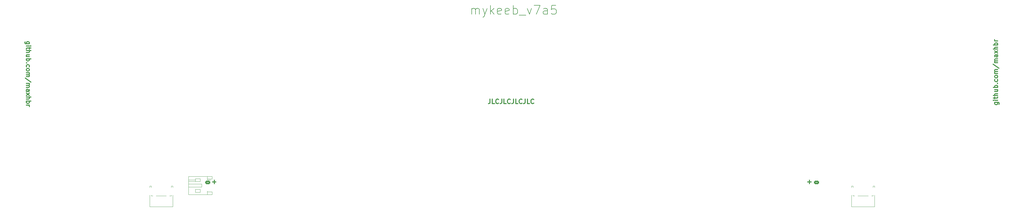
<source format=gto>
G04 #@! TF.GenerationSoftware,KiCad,Pcbnew,7.0.5*
G04 #@! TF.CreationDate,2023-07-16T20:07:34+02:00*
G04 #@! TF.ProjectId,mykeeb_v7a5,6d796b65-6562-45f7-9637-61352e6b6963,rev?*
G04 #@! TF.SameCoordinates,Original*
G04 #@! TF.FileFunction,Legend,Top*
G04 #@! TF.FilePolarity,Positive*
%FSLAX46Y46*%
G04 Gerber Fmt 4.6, Leading zero omitted, Abs format (unit mm)*
G04 Created by KiCad (PCBNEW 7.0.5) date 2023-07-16 20:07:34*
%MOMM*%
%LPD*%
G01*
G04 APERTURE LIST*
G04 Aperture macros list*
%AMRoundRect*
0 Rectangle with rounded corners*
0 $1 Rounding radius*
0 $2 $3 $4 $5 $6 $7 $8 $9 X,Y pos of 4 corners*
0 Add a 4 corners polygon primitive as box body*
4,1,4,$2,$3,$4,$5,$6,$7,$8,$9,$2,$3,0*
0 Add four circle primitives for the rounded corners*
1,1,$1+$1,$2,$3*
1,1,$1+$1,$4,$5*
1,1,$1+$1,$6,$7*
1,1,$1+$1,$8,$9*
0 Add four rect primitives between the rounded corners*
20,1,$1+$1,$2,$3,$4,$5,0*
20,1,$1+$1,$4,$5,$6,$7,0*
20,1,$1+$1,$6,$7,$8,$9,0*
20,1,$1+$1,$8,$9,$2,$3,0*%
G04 Aperture macros list end*
%ADD10C,0.300000*%
%ADD11C,0.304800*%
%ADD12C,0.152400*%
%ADD13C,0.120000*%
%ADD14C,2.100000*%
%ADD15C,1.750000*%
%ADD16C,1.900000*%
%ADD17C,3.000000*%
%ADD18C,4.100000*%
%ADD19C,0.500000*%
%ADD20RoundRect,0.250000X-0.625000X0.350000X-0.625000X-0.350000X0.625000X-0.350000X0.625000X0.350000X0*%
%ADD21O,1.750000X1.200000*%
%ADD22O,2.750000X1.800000*%
%ADD23C,1.397000*%
%ADD24C,2.000000*%
%ADD25C,0.700000*%
G04 APERTURE END LIST*
D10*
X283375047Y-114124809D02*
X284517905Y-114124809D01*
X283946476Y-114696237D02*
X283946476Y-113553380D01*
X23225752Y-67872424D02*
X22011466Y-67872424D01*
X22011466Y-67872424D02*
X21868609Y-67800995D01*
X21868609Y-67800995D02*
X21797181Y-67729566D01*
X21797181Y-67729566D02*
X21725752Y-67586709D01*
X21725752Y-67586709D02*
X21725752Y-67372424D01*
X21725752Y-67372424D02*
X21797181Y-67229566D01*
X22297181Y-67872424D02*
X22225752Y-67729566D01*
X22225752Y-67729566D02*
X22225752Y-67443852D01*
X22225752Y-67443852D02*
X22297181Y-67300995D01*
X22297181Y-67300995D02*
X22368609Y-67229566D01*
X22368609Y-67229566D02*
X22511466Y-67158138D01*
X22511466Y-67158138D02*
X22940038Y-67158138D01*
X22940038Y-67158138D02*
X23082895Y-67229566D01*
X23082895Y-67229566D02*
X23154323Y-67300995D01*
X23154323Y-67300995D02*
X23225752Y-67443852D01*
X23225752Y-67443852D02*
X23225752Y-67729566D01*
X23225752Y-67729566D02*
X23154323Y-67872424D01*
X22225752Y-68586709D02*
X23225752Y-68586709D01*
X23725752Y-68586709D02*
X23654323Y-68515281D01*
X23654323Y-68515281D02*
X23582895Y-68586709D01*
X23582895Y-68586709D02*
X23654323Y-68658138D01*
X23654323Y-68658138D02*
X23725752Y-68586709D01*
X23725752Y-68586709D02*
X23582895Y-68586709D01*
X23225752Y-69086710D02*
X23225752Y-69658138D01*
X23725752Y-69300995D02*
X22440038Y-69300995D01*
X22440038Y-69300995D02*
X22297181Y-69372424D01*
X22297181Y-69372424D02*
X22225752Y-69515281D01*
X22225752Y-69515281D02*
X22225752Y-69658138D01*
X22225752Y-70158138D02*
X23725752Y-70158138D01*
X22225752Y-70800996D02*
X23011466Y-70800996D01*
X23011466Y-70800996D02*
X23154323Y-70729567D01*
X23154323Y-70729567D02*
X23225752Y-70586710D01*
X23225752Y-70586710D02*
X23225752Y-70372424D01*
X23225752Y-70372424D02*
X23154323Y-70229567D01*
X23154323Y-70229567D02*
X23082895Y-70158138D01*
X23225752Y-72158139D02*
X22225752Y-72158139D01*
X23225752Y-71515281D02*
X22440038Y-71515281D01*
X22440038Y-71515281D02*
X22297181Y-71586710D01*
X22297181Y-71586710D02*
X22225752Y-71729567D01*
X22225752Y-71729567D02*
X22225752Y-71943853D01*
X22225752Y-71943853D02*
X22297181Y-72086710D01*
X22297181Y-72086710D02*
X22368609Y-72158139D01*
X22225752Y-72872424D02*
X23725752Y-72872424D01*
X23154323Y-72872424D02*
X23225752Y-73015282D01*
X23225752Y-73015282D02*
X23225752Y-73300996D01*
X23225752Y-73300996D02*
X23154323Y-73443853D01*
X23154323Y-73443853D02*
X23082895Y-73515282D01*
X23082895Y-73515282D02*
X22940038Y-73586710D01*
X22940038Y-73586710D02*
X22511466Y-73586710D01*
X22511466Y-73586710D02*
X22368609Y-73515282D01*
X22368609Y-73515282D02*
X22297181Y-73443853D01*
X22297181Y-73443853D02*
X22225752Y-73300996D01*
X22225752Y-73300996D02*
X22225752Y-73015282D01*
X22225752Y-73015282D02*
X22297181Y-72872424D01*
X22368609Y-74229567D02*
X22297181Y-74300996D01*
X22297181Y-74300996D02*
X22225752Y-74229567D01*
X22225752Y-74229567D02*
X22297181Y-74158139D01*
X22297181Y-74158139D02*
X22368609Y-74229567D01*
X22368609Y-74229567D02*
X22225752Y-74229567D01*
X22297181Y-75586711D02*
X22225752Y-75443853D01*
X22225752Y-75443853D02*
X22225752Y-75158139D01*
X22225752Y-75158139D02*
X22297181Y-75015282D01*
X22297181Y-75015282D02*
X22368609Y-74943853D01*
X22368609Y-74943853D02*
X22511466Y-74872425D01*
X22511466Y-74872425D02*
X22940038Y-74872425D01*
X22940038Y-74872425D02*
X23082895Y-74943853D01*
X23082895Y-74943853D02*
X23154323Y-75015282D01*
X23154323Y-75015282D02*
X23225752Y-75158139D01*
X23225752Y-75158139D02*
X23225752Y-75443853D01*
X23225752Y-75443853D02*
X23154323Y-75586711D01*
X22225752Y-76443853D02*
X22297181Y-76300996D01*
X22297181Y-76300996D02*
X22368609Y-76229567D01*
X22368609Y-76229567D02*
X22511466Y-76158139D01*
X22511466Y-76158139D02*
X22940038Y-76158139D01*
X22940038Y-76158139D02*
X23082895Y-76229567D01*
X23082895Y-76229567D02*
X23154323Y-76300996D01*
X23154323Y-76300996D02*
X23225752Y-76443853D01*
X23225752Y-76443853D02*
X23225752Y-76658139D01*
X23225752Y-76658139D02*
X23154323Y-76800996D01*
X23154323Y-76800996D02*
X23082895Y-76872425D01*
X23082895Y-76872425D02*
X22940038Y-76943853D01*
X22940038Y-76943853D02*
X22511466Y-76943853D01*
X22511466Y-76943853D02*
X22368609Y-76872425D01*
X22368609Y-76872425D02*
X22297181Y-76800996D01*
X22297181Y-76800996D02*
X22225752Y-76658139D01*
X22225752Y-76658139D02*
X22225752Y-76443853D01*
X22225752Y-77586710D02*
X23225752Y-77586710D01*
X23082895Y-77586710D02*
X23154323Y-77658139D01*
X23154323Y-77658139D02*
X23225752Y-77800996D01*
X23225752Y-77800996D02*
X23225752Y-78015282D01*
X23225752Y-78015282D02*
X23154323Y-78158139D01*
X23154323Y-78158139D02*
X23011466Y-78229568D01*
X23011466Y-78229568D02*
X22225752Y-78229568D01*
X23011466Y-78229568D02*
X23154323Y-78300996D01*
X23154323Y-78300996D02*
X23225752Y-78443853D01*
X23225752Y-78443853D02*
X23225752Y-78658139D01*
X23225752Y-78658139D02*
X23154323Y-78800996D01*
X23154323Y-78800996D02*
X23011466Y-78872425D01*
X23011466Y-78872425D02*
X22225752Y-78872425D01*
X23797181Y-80658139D02*
X21868609Y-79372425D01*
X22225752Y-81158139D02*
X23225752Y-81158139D01*
X23082895Y-81158139D02*
X23154323Y-81229568D01*
X23154323Y-81229568D02*
X23225752Y-81372425D01*
X23225752Y-81372425D02*
X23225752Y-81586711D01*
X23225752Y-81586711D02*
X23154323Y-81729568D01*
X23154323Y-81729568D02*
X23011466Y-81800997D01*
X23011466Y-81800997D02*
X22225752Y-81800997D01*
X23011466Y-81800997D02*
X23154323Y-81872425D01*
X23154323Y-81872425D02*
X23225752Y-82015282D01*
X23225752Y-82015282D02*
X23225752Y-82229568D01*
X23225752Y-82229568D02*
X23154323Y-82372425D01*
X23154323Y-82372425D02*
X23011466Y-82443854D01*
X23011466Y-82443854D02*
X22225752Y-82443854D01*
X22225752Y-83800997D02*
X23011466Y-83800997D01*
X23011466Y-83800997D02*
X23154323Y-83729568D01*
X23154323Y-83729568D02*
X23225752Y-83586711D01*
X23225752Y-83586711D02*
X23225752Y-83300997D01*
X23225752Y-83300997D02*
X23154323Y-83158139D01*
X22297181Y-83800997D02*
X22225752Y-83658139D01*
X22225752Y-83658139D02*
X22225752Y-83300997D01*
X22225752Y-83300997D02*
X22297181Y-83158139D01*
X22297181Y-83158139D02*
X22440038Y-83086711D01*
X22440038Y-83086711D02*
X22582895Y-83086711D01*
X22582895Y-83086711D02*
X22725752Y-83158139D01*
X22725752Y-83158139D02*
X22797181Y-83300997D01*
X22797181Y-83300997D02*
X22797181Y-83658139D01*
X22797181Y-83658139D02*
X22868609Y-83800997D01*
X22225752Y-84372425D02*
X23225752Y-85158140D01*
X23225752Y-84372425D02*
X22225752Y-85158140D01*
X22225752Y-85729568D02*
X23725752Y-85729568D01*
X22225752Y-86372426D02*
X23011466Y-86372426D01*
X23011466Y-86372426D02*
X23154323Y-86300997D01*
X23154323Y-86300997D02*
X23225752Y-86158140D01*
X23225752Y-86158140D02*
X23225752Y-85943854D01*
X23225752Y-85943854D02*
X23154323Y-85800997D01*
X23154323Y-85800997D02*
X23082895Y-85729568D01*
X22225752Y-87086711D02*
X23725752Y-87086711D01*
X23154323Y-87086711D02*
X23225752Y-87229569D01*
X23225752Y-87229569D02*
X23225752Y-87515283D01*
X23225752Y-87515283D02*
X23154323Y-87658140D01*
X23154323Y-87658140D02*
X23082895Y-87729569D01*
X23082895Y-87729569D02*
X22940038Y-87800997D01*
X22940038Y-87800997D02*
X22511466Y-87800997D01*
X22511466Y-87800997D02*
X22368609Y-87729569D01*
X22368609Y-87729569D02*
X22297181Y-87658140D01*
X22297181Y-87658140D02*
X22225752Y-87515283D01*
X22225752Y-87515283D02*
X22225752Y-87229569D01*
X22225752Y-87229569D02*
X22297181Y-87086711D01*
X22225752Y-88443854D02*
X23225752Y-88443854D01*
X22940038Y-88443854D02*
X23082895Y-88515283D01*
X23082895Y-88515283D02*
X23154323Y-88586712D01*
X23154323Y-88586712D02*
X23225752Y-88729569D01*
X23225752Y-88729569D02*
X23225752Y-88872426D01*
D11*
X177211459Y-86379965D02*
X177211459Y-87468536D01*
X177211459Y-87468536D02*
X177138888Y-87686251D01*
X177138888Y-87686251D02*
X176993745Y-87831394D01*
X176993745Y-87831394D02*
X176776031Y-87903965D01*
X176776031Y-87903965D02*
X176630888Y-87903965D01*
X178662888Y-87903965D02*
X177937174Y-87903965D01*
X177937174Y-87903965D02*
X177937174Y-86379965D01*
X180041745Y-87758822D02*
X179969173Y-87831394D01*
X179969173Y-87831394D02*
X179751459Y-87903965D01*
X179751459Y-87903965D02*
X179606316Y-87903965D01*
X179606316Y-87903965D02*
X179388602Y-87831394D01*
X179388602Y-87831394D02*
X179243459Y-87686251D01*
X179243459Y-87686251D02*
X179170888Y-87541108D01*
X179170888Y-87541108D02*
X179098316Y-87250822D01*
X179098316Y-87250822D02*
X179098316Y-87033108D01*
X179098316Y-87033108D02*
X179170888Y-86742822D01*
X179170888Y-86742822D02*
X179243459Y-86597679D01*
X179243459Y-86597679D02*
X179388602Y-86452536D01*
X179388602Y-86452536D02*
X179606316Y-86379965D01*
X179606316Y-86379965D02*
X179751459Y-86379965D01*
X179751459Y-86379965D02*
X179969173Y-86452536D01*
X179969173Y-86452536D02*
X180041745Y-86525108D01*
X181130316Y-86379965D02*
X181130316Y-87468536D01*
X181130316Y-87468536D02*
X181057745Y-87686251D01*
X181057745Y-87686251D02*
X180912602Y-87831394D01*
X180912602Y-87831394D02*
X180694888Y-87903965D01*
X180694888Y-87903965D02*
X180549745Y-87903965D01*
X182581745Y-87903965D02*
X181856031Y-87903965D01*
X181856031Y-87903965D02*
X181856031Y-86379965D01*
X183960602Y-87758822D02*
X183888030Y-87831394D01*
X183888030Y-87831394D02*
X183670316Y-87903965D01*
X183670316Y-87903965D02*
X183525173Y-87903965D01*
X183525173Y-87903965D02*
X183307459Y-87831394D01*
X183307459Y-87831394D02*
X183162316Y-87686251D01*
X183162316Y-87686251D02*
X183089745Y-87541108D01*
X183089745Y-87541108D02*
X183017173Y-87250822D01*
X183017173Y-87250822D02*
X183017173Y-87033108D01*
X183017173Y-87033108D02*
X183089745Y-86742822D01*
X183089745Y-86742822D02*
X183162316Y-86597679D01*
X183162316Y-86597679D02*
X183307459Y-86452536D01*
X183307459Y-86452536D02*
X183525173Y-86379965D01*
X183525173Y-86379965D02*
X183670316Y-86379965D01*
X183670316Y-86379965D02*
X183888030Y-86452536D01*
X183888030Y-86452536D02*
X183960602Y-86525108D01*
X185049173Y-86379965D02*
X185049173Y-87468536D01*
X185049173Y-87468536D02*
X184976602Y-87686251D01*
X184976602Y-87686251D02*
X184831459Y-87831394D01*
X184831459Y-87831394D02*
X184613745Y-87903965D01*
X184613745Y-87903965D02*
X184468602Y-87903965D01*
X186500602Y-87903965D02*
X185774888Y-87903965D01*
X185774888Y-87903965D02*
X185774888Y-86379965D01*
X187879459Y-87758822D02*
X187806887Y-87831394D01*
X187806887Y-87831394D02*
X187589173Y-87903965D01*
X187589173Y-87903965D02*
X187444030Y-87903965D01*
X187444030Y-87903965D02*
X187226316Y-87831394D01*
X187226316Y-87831394D02*
X187081173Y-87686251D01*
X187081173Y-87686251D02*
X187008602Y-87541108D01*
X187008602Y-87541108D02*
X186936030Y-87250822D01*
X186936030Y-87250822D02*
X186936030Y-87033108D01*
X186936030Y-87033108D02*
X187008602Y-86742822D01*
X187008602Y-86742822D02*
X187081173Y-86597679D01*
X187081173Y-86597679D02*
X187226316Y-86452536D01*
X187226316Y-86452536D02*
X187444030Y-86379965D01*
X187444030Y-86379965D02*
X187589173Y-86379965D01*
X187589173Y-86379965D02*
X187806887Y-86452536D01*
X187806887Y-86452536D02*
X187879459Y-86525108D01*
X188968030Y-86379965D02*
X188968030Y-87468536D01*
X188968030Y-87468536D02*
X188895459Y-87686251D01*
X188895459Y-87686251D02*
X188750316Y-87831394D01*
X188750316Y-87831394D02*
X188532602Y-87903965D01*
X188532602Y-87903965D02*
X188387459Y-87903965D01*
X190419459Y-87903965D02*
X189693745Y-87903965D01*
X189693745Y-87903965D02*
X189693745Y-86379965D01*
X191798316Y-87758822D02*
X191725744Y-87831394D01*
X191725744Y-87831394D02*
X191508030Y-87903965D01*
X191508030Y-87903965D02*
X191362887Y-87903965D01*
X191362887Y-87903965D02*
X191145173Y-87831394D01*
X191145173Y-87831394D02*
X191000030Y-87686251D01*
X191000030Y-87686251D02*
X190927459Y-87541108D01*
X190927459Y-87541108D02*
X190854887Y-87250822D01*
X190854887Y-87250822D02*
X190854887Y-87033108D01*
X190854887Y-87033108D02*
X190927459Y-86742822D01*
X190927459Y-86742822D02*
X191000030Y-86597679D01*
X191000030Y-86597679D02*
X191145173Y-86452536D01*
X191145173Y-86452536D02*
X191362887Y-86379965D01*
X191362887Y-86379965D02*
X191508030Y-86379965D01*
X191508030Y-86379965D02*
X191725744Y-86452536D01*
X191725744Y-86452536D02*
X191798316Y-86525108D01*
D10*
X84446765Y-114124809D02*
X85589623Y-114124809D01*
X85018194Y-114696237D02*
X85018194Y-113553380D01*
D12*
X171074066Y-57965606D02*
X171074066Y-55965606D01*
X171074066Y-56251320D02*
X171216923Y-56108463D01*
X171216923Y-56108463D02*
X171502638Y-55965606D01*
X171502638Y-55965606D02*
X171931209Y-55965606D01*
X171931209Y-55965606D02*
X172216923Y-56108463D01*
X172216923Y-56108463D02*
X172359781Y-56394177D01*
X172359781Y-56394177D02*
X172359781Y-57965606D01*
X172359781Y-56394177D02*
X172502638Y-56108463D01*
X172502638Y-56108463D02*
X172788352Y-55965606D01*
X172788352Y-55965606D02*
X173216923Y-55965606D01*
X173216923Y-55965606D02*
X173502638Y-56108463D01*
X173502638Y-56108463D02*
X173645495Y-56394177D01*
X173645495Y-56394177D02*
X173645495Y-57965606D01*
X174788352Y-55965606D02*
X175502638Y-57965606D01*
X176216923Y-55965606D02*
X175502638Y-57965606D01*
X175502638Y-57965606D02*
X175216923Y-58679891D01*
X175216923Y-58679891D02*
X175074066Y-58822749D01*
X175074066Y-58822749D02*
X174788352Y-58965606D01*
X177359780Y-57965606D02*
X177359780Y-54965606D01*
X177645495Y-56822749D02*
X178502637Y-57965606D01*
X178502637Y-55965606D02*
X177359780Y-57108463D01*
X180931208Y-57822749D02*
X180645494Y-57965606D01*
X180645494Y-57965606D02*
X180074066Y-57965606D01*
X180074066Y-57965606D02*
X179788351Y-57822749D01*
X179788351Y-57822749D02*
X179645494Y-57537034D01*
X179645494Y-57537034D02*
X179645494Y-56394177D01*
X179645494Y-56394177D02*
X179788351Y-56108463D01*
X179788351Y-56108463D02*
X180074066Y-55965606D01*
X180074066Y-55965606D02*
X180645494Y-55965606D01*
X180645494Y-55965606D02*
X180931208Y-56108463D01*
X180931208Y-56108463D02*
X181074066Y-56394177D01*
X181074066Y-56394177D02*
X181074066Y-56679891D01*
X181074066Y-56679891D02*
X179645494Y-56965606D01*
X183502637Y-57822749D02*
X183216923Y-57965606D01*
X183216923Y-57965606D02*
X182645495Y-57965606D01*
X182645495Y-57965606D02*
X182359780Y-57822749D01*
X182359780Y-57822749D02*
X182216923Y-57537034D01*
X182216923Y-57537034D02*
X182216923Y-56394177D01*
X182216923Y-56394177D02*
X182359780Y-56108463D01*
X182359780Y-56108463D02*
X182645495Y-55965606D01*
X182645495Y-55965606D02*
X183216923Y-55965606D01*
X183216923Y-55965606D02*
X183502637Y-56108463D01*
X183502637Y-56108463D02*
X183645495Y-56394177D01*
X183645495Y-56394177D02*
X183645495Y-56679891D01*
X183645495Y-56679891D02*
X182216923Y-56965606D01*
X184931209Y-57965606D02*
X184931209Y-54965606D01*
X184931209Y-56108463D02*
X185216924Y-55965606D01*
X185216924Y-55965606D02*
X185788352Y-55965606D01*
X185788352Y-55965606D02*
X186074066Y-56108463D01*
X186074066Y-56108463D02*
X186216924Y-56251320D01*
X186216924Y-56251320D02*
X186359781Y-56537034D01*
X186359781Y-56537034D02*
X186359781Y-57394177D01*
X186359781Y-57394177D02*
X186216924Y-57679891D01*
X186216924Y-57679891D02*
X186074066Y-57822749D01*
X186074066Y-57822749D02*
X185788352Y-57965606D01*
X185788352Y-57965606D02*
X185216924Y-57965606D01*
X185216924Y-57965606D02*
X184931209Y-57822749D01*
X186931210Y-58251320D02*
X189216924Y-58251320D01*
X189645495Y-55965606D02*
X190359781Y-57965606D01*
X190359781Y-57965606D02*
X191074066Y-55965606D01*
X191931209Y-54965606D02*
X193931209Y-54965606D01*
X193931209Y-54965606D02*
X192645495Y-57965606D01*
X196359781Y-57965606D02*
X196359781Y-56394177D01*
X196359781Y-56394177D02*
X196216923Y-56108463D01*
X196216923Y-56108463D02*
X195931209Y-55965606D01*
X195931209Y-55965606D02*
X195359781Y-55965606D01*
X195359781Y-55965606D02*
X195074066Y-56108463D01*
X196359781Y-57822749D02*
X196074066Y-57965606D01*
X196074066Y-57965606D02*
X195359781Y-57965606D01*
X195359781Y-57965606D02*
X195074066Y-57822749D01*
X195074066Y-57822749D02*
X194931209Y-57537034D01*
X194931209Y-57537034D02*
X194931209Y-57251320D01*
X194931209Y-57251320D02*
X195074066Y-56965606D01*
X195074066Y-56965606D02*
X195359781Y-56822749D01*
X195359781Y-56822749D02*
X196074066Y-56822749D01*
X196074066Y-56822749D02*
X196359781Y-56679891D01*
X199216924Y-54965606D02*
X197788352Y-54965606D01*
X197788352Y-54965606D02*
X197645495Y-56394177D01*
X197645495Y-56394177D02*
X197788352Y-56251320D01*
X197788352Y-56251320D02*
X198074067Y-56108463D01*
X198074067Y-56108463D02*
X198788352Y-56108463D01*
X198788352Y-56108463D02*
X199074067Y-56251320D01*
X199074067Y-56251320D02*
X199216924Y-56394177D01*
X199216924Y-56394177D02*
X199359781Y-56679891D01*
X199359781Y-56679891D02*
X199359781Y-57394177D01*
X199359781Y-57394177D02*
X199216924Y-57679891D01*
X199216924Y-57679891D02*
X199074067Y-57822749D01*
X199074067Y-57822749D02*
X198788352Y-57965606D01*
X198788352Y-57965606D02*
X198074067Y-57965606D01*
X198074067Y-57965606D02*
X197788352Y-57822749D01*
X197788352Y-57822749D02*
X197645495Y-57679891D01*
D10*
X345868291Y-87504269D02*
X347082577Y-87504269D01*
X347082577Y-87504269D02*
X347225434Y-87575697D01*
X347225434Y-87575697D02*
X347296863Y-87647126D01*
X347296863Y-87647126D02*
X347368291Y-87789983D01*
X347368291Y-87789983D02*
X347368291Y-88004269D01*
X347368291Y-88004269D02*
X347296863Y-88147126D01*
X346796863Y-87504269D02*
X346868291Y-87647126D01*
X346868291Y-87647126D02*
X346868291Y-87932840D01*
X346868291Y-87932840D02*
X346796863Y-88075697D01*
X346796863Y-88075697D02*
X346725434Y-88147126D01*
X346725434Y-88147126D02*
X346582577Y-88218554D01*
X346582577Y-88218554D02*
X346154005Y-88218554D01*
X346154005Y-88218554D02*
X346011148Y-88147126D01*
X346011148Y-88147126D02*
X345939720Y-88075697D01*
X345939720Y-88075697D02*
X345868291Y-87932840D01*
X345868291Y-87932840D02*
X345868291Y-87647126D01*
X345868291Y-87647126D02*
X345939720Y-87504269D01*
X346868291Y-86789983D02*
X345868291Y-86789983D01*
X345368291Y-86789983D02*
X345439720Y-86861411D01*
X345439720Y-86861411D02*
X345511148Y-86789983D01*
X345511148Y-86789983D02*
X345439720Y-86718554D01*
X345439720Y-86718554D02*
X345368291Y-86789983D01*
X345368291Y-86789983D02*
X345511148Y-86789983D01*
X345868291Y-86289982D02*
X345868291Y-85718554D01*
X345368291Y-86075697D02*
X346654005Y-86075697D01*
X346654005Y-86075697D02*
X346796863Y-86004268D01*
X346796863Y-86004268D02*
X346868291Y-85861411D01*
X346868291Y-85861411D02*
X346868291Y-85718554D01*
X346868291Y-85218554D02*
X345368291Y-85218554D01*
X346868291Y-84575697D02*
X346082577Y-84575697D01*
X346082577Y-84575697D02*
X345939720Y-84647125D01*
X345939720Y-84647125D02*
X345868291Y-84789982D01*
X345868291Y-84789982D02*
X345868291Y-85004268D01*
X345868291Y-85004268D02*
X345939720Y-85147125D01*
X345939720Y-85147125D02*
X346011148Y-85218554D01*
X345868291Y-83218554D02*
X346868291Y-83218554D01*
X345868291Y-83861411D02*
X346654005Y-83861411D01*
X346654005Y-83861411D02*
X346796863Y-83789982D01*
X346796863Y-83789982D02*
X346868291Y-83647125D01*
X346868291Y-83647125D02*
X346868291Y-83432839D01*
X346868291Y-83432839D02*
X346796863Y-83289982D01*
X346796863Y-83289982D02*
X346725434Y-83218554D01*
X346868291Y-82504268D02*
X345368291Y-82504268D01*
X345939720Y-82504268D02*
X345868291Y-82361411D01*
X345868291Y-82361411D02*
X345868291Y-82075696D01*
X345868291Y-82075696D02*
X345939720Y-81932839D01*
X345939720Y-81932839D02*
X346011148Y-81861411D01*
X346011148Y-81861411D02*
X346154005Y-81789982D01*
X346154005Y-81789982D02*
X346582577Y-81789982D01*
X346582577Y-81789982D02*
X346725434Y-81861411D01*
X346725434Y-81861411D02*
X346796863Y-81932839D01*
X346796863Y-81932839D02*
X346868291Y-82075696D01*
X346868291Y-82075696D02*
X346868291Y-82361411D01*
X346868291Y-82361411D02*
X346796863Y-82504268D01*
X346725434Y-81147125D02*
X346796863Y-81075696D01*
X346796863Y-81075696D02*
X346868291Y-81147125D01*
X346868291Y-81147125D02*
X346796863Y-81218553D01*
X346796863Y-81218553D02*
X346725434Y-81147125D01*
X346725434Y-81147125D02*
X346868291Y-81147125D01*
X346796863Y-79789982D02*
X346868291Y-79932839D01*
X346868291Y-79932839D02*
X346868291Y-80218553D01*
X346868291Y-80218553D02*
X346796863Y-80361410D01*
X346796863Y-80361410D02*
X346725434Y-80432839D01*
X346725434Y-80432839D02*
X346582577Y-80504267D01*
X346582577Y-80504267D02*
X346154005Y-80504267D01*
X346154005Y-80504267D02*
X346011148Y-80432839D01*
X346011148Y-80432839D02*
X345939720Y-80361410D01*
X345939720Y-80361410D02*
X345868291Y-80218553D01*
X345868291Y-80218553D02*
X345868291Y-79932839D01*
X345868291Y-79932839D02*
X345939720Y-79789982D01*
X346868291Y-78932839D02*
X346796863Y-79075696D01*
X346796863Y-79075696D02*
X346725434Y-79147125D01*
X346725434Y-79147125D02*
X346582577Y-79218553D01*
X346582577Y-79218553D02*
X346154005Y-79218553D01*
X346154005Y-79218553D02*
X346011148Y-79147125D01*
X346011148Y-79147125D02*
X345939720Y-79075696D01*
X345939720Y-79075696D02*
X345868291Y-78932839D01*
X345868291Y-78932839D02*
X345868291Y-78718553D01*
X345868291Y-78718553D02*
X345939720Y-78575696D01*
X345939720Y-78575696D02*
X346011148Y-78504268D01*
X346011148Y-78504268D02*
X346154005Y-78432839D01*
X346154005Y-78432839D02*
X346582577Y-78432839D01*
X346582577Y-78432839D02*
X346725434Y-78504268D01*
X346725434Y-78504268D02*
X346796863Y-78575696D01*
X346796863Y-78575696D02*
X346868291Y-78718553D01*
X346868291Y-78718553D02*
X346868291Y-78932839D01*
X346868291Y-77789982D02*
X345868291Y-77789982D01*
X346011148Y-77789982D02*
X345939720Y-77718553D01*
X345939720Y-77718553D02*
X345868291Y-77575696D01*
X345868291Y-77575696D02*
X345868291Y-77361410D01*
X345868291Y-77361410D02*
X345939720Y-77218553D01*
X345939720Y-77218553D02*
X346082577Y-77147125D01*
X346082577Y-77147125D02*
X346868291Y-77147125D01*
X346082577Y-77147125D02*
X345939720Y-77075696D01*
X345939720Y-77075696D02*
X345868291Y-76932839D01*
X345868291Y-76932839D02*
X345868291Y-76718553D01*
X345868291Y-76718553D02*
X345939720Y-76575696D01*
X345939720Y-76575696D02*
X346082577Y-76504267D01*
X346082577Y-76504267D02*
X346868291Y-76504267D01*
X345296863Y-74718553D02*
X347225434Y-76004267D01*
X346868291Y-74218553D02*
X345868291Y-74218553D01*
X346011148Y-74218553D02*
X345939720Y-74147124D01*
X345939720Y-74147124D02*
X345868291Y-74004267D01*
X345868291Y-74004267D02*
X345868291Y-73789981D01*
X345868291Y-73789981D02*
X345939720Y-73647124D01*
X345939720Y-73647124D02*
X346082577Y-73575696D01*
X346082577Y-73575696D02*
X346868291Y-73575696D01*
X346082577Y-73575696D02*
X345939720Y-73504267D01*
X345939720Y-73504267D02*
X345868291Y-73361410D01*
X345868291Y-73361410D02*
X345868291Y-73147124D01*
X345868291Y-73147124D02*
X345939720Y-73004267D01*
X345939720Y-73004267D02*
X346082577Y-72932838D01*
X346082577Y-72932838D02*
X346868291Y-72932838D01*
X346868291Y-71575696D02*
X346082577Y-71575696D01*
X346082577Y-71575696D02*
X345939720Y-71647124D01*
X345939720Y-71647124D02*
X345868291Y-71789981D01*
X345868291Y-71789981D02*
X345868291Y-72075696D01*
X345868291Y-72075696D02*
X345939720Y-72218553D01*
X346796863Y-71575696D02*
X346868291Y-71718553D01*
X346868291Y-71718553D02*
X346868291Y-72075696D01*
X346868291Y-72075696D02*
X346796863Y-72218553D01*
X346796863Y-72218553D02*
X346654005Y-72289981D01*
X346654005Y-72289981D02*
X346511148Y-72289981D01*
X346511148Y-72289981D02*
X346368291Y-72218553D01*
X346368291Y-72218553D02*
X346296863Y-72075696D01*
X346296863Y-72075696D02*
X346296863Y-71718553D01*
X346296863Y-71718553D02*
X346225434Y-71575696D01*
X346868291Y-71004267D02*
X345868291Y-70218553D01*
X345868291Y-71004267D02*
X346868291Y-70218553D01*
X346868291Y-69647124D02*
X345368291Y-69647124D01*
X346868291Y-69004267D02*
X346082577Y-69004267D01*
X346082577Y-69004267D02*
X345939720Y-69075695D01*
X345939720Y-69075695D02*
X345868291Y-69218552D01*
X345868291Y-69218552D02*
X345868291Y-69432838D01*
X345868291Y-69432838D02*
X345939720Y-69575695D01*
X345939720Y-69575695D02*
X346011148Y-69647124D01*
X346868291Y-68289981D02*
X345368291Y-68289981D01*
X345939720Y-68289981D02*
X345868291Y-68147124D01*
X345868291Y-68147124D02*
X345868291Y-67861409D01*
X345868291Y-67861409D02*
X345939720Y-67718552D01*
X345939720Y-67718552D02*
X346011148Y-67647124D01*
X346011148Y-67647124D02*
X346154005Y-67575695D01*
X346154005Y-67575695D02*
X346582577Y-67575695D01*
X346582577Y-67575695D02*
X346725434Y-67647124D01*
X346725434Y-67647124D02*
X346796863Y-67718552D01*
X346796863Y-67718552D02*
X346868291Y-67861409D01*
X346868291Y-67861409D02*
X346868291Y-68147124D01*
X346868291Y-68147124D02*
X346796863Y-68289981D01*
X346868291Y-66932838D02*
X345868291Y-66932838D01*
X346154005Y-66932838D02*
X346011148Y-66861409D01*
X346011148Y-66861409D02*
X345939720Y-66789981D01*
X345939720Y-66789981D02*
X345868291Y-66647123D01*
X345868291Y-66647123D02*
X345868291Y-66504266D01*
D13*
X305708691Y-122466661D02*
X305708691Y-118566661D01*
X305708691Y-122466661D02*
X297988691Y-122466661D01*
X305708691Y-115966661D02*
X305708691Y-115456661D01*
X305708691Y-115456661D02*
X305188691Y-115456661D01*
X305188691Y-118796661D02*
X305188691Y-118566661D01*
X305188691Y-118796661D02*
X304648691Y-118796661D01*
X305188691Y-115966661D02*
X305188691Y-115456661D01*
X303548691Y-118796661D02*
X300148691Y-118796661D01*
X299048691Y-118796661D02*
X298508691Y-118796661D01*
X298508691Y-118796661D02*
X298508691Y-118566661D01*
X298508691Y-115966661D02*
X298508691Y-115456661D01*
X298508691Y-115456661D02*
X297988691Y-115456661D01*
X297988691Y-122466661D02*
X297988691Y-118566661D01*
X297988691Y-115966661D02*
X297988691Y-115456661D01*
X84277255Y-112240096D02*
X76457255Y-112240096D01*
X82677255Y-112240096D02*
X82677255Y-113160096D01*
X76457255Y-112240096D02*
X76457255Y-118360096D01*
X80317255Y-113000096D02*
X78717255Y-113000096D01*
X78717255Y-113000096D02*
X78717255Y-114000096D01*
X84277255Y-113160096D02*
X84277255Y-112240096D01*
X82677255Y-113160096D02*
X84277255Y-113160096D01*
X82677255Y-113440096D02*
X82677255Y-113160096D01*
X82677255Y-113440096D02*
X83892255Y-113440096D01*
X78717255Y-113500096D02*
X76457255Y-113500096D01*
X80317255Y-114000096D02*
X80317255Y-113000096D01*
X78717255Y-114000096D02*
X80317255Y-114000096D01*
X78717255Y-114000096D02*
X76457255Y-114000096D01*
X80817255Y-114800096D02*
X80817255Y-115800096D01*
X76457255Y-114800096D02*
X80817255Y-114800096D01*
X80817255Y-115800096D02*
X76457255Y-115800096D01*
X80317255Y-116600096D02*
X80317255Y-117600096D01*
X78717255Y-116600096D02*
X80317255Y-116600096D01*
X84277255Y-117440096D02*
X82677255Y-117440096D01*
X82677255Y-117440096D02*
X82677255Y-117160096D01*
X80317255Y-117600096D02*
X78717255Y-117600096D01*
X78717255Y-117600096D02*
X78717255Y-116600096D01*
X84277255Y-118360096D02*
X84277255Y-117440096D01*
X82677255Y-118360096D02*
X82677255Y-117440096D01*
X76457255Y-118360096D02*
X84277255Y-118360096D01*
X71155369Y-122466661D02*
X71155369Y-118566661D01*
X71155369Y-122466661D02*
X63435369Y-122466661D01*
X71155369Y-115966661D02*
X71155369Y-115456661D01*
X71155369Y-115456661D02*
X70635369Y-115456661D01*
X70635369Y-118796661D02*
X70635369Y-118566661D01*
X70635369Y-118796661D02*
X70095369Y-118796661D01*
X70635369Y-115966661D02*
X70635369Y-115456661D01*
X68995369Y-118796661D02*
X65595369Y-118796661D01*
X64495369Y-118796661D02*
X63955369Y-118796661D01*
X63955369Y-118796661D02*
X63955369Y-118566661D01*
X63955369Y-115966661D02*
X63955369Y-115456661D01*
X63955369Y-115456661D02*
X63435369Y-115456661D01*
X63435369Y-122466661D02*
X63435369Y-118566661D01*
X63435369Y-115966661D02*
X63435369Y-115456661D01*
%LPC*%
D14*
X305348691Y-117276661D03*
X298338691Y-117276661D03*
D15*
X304098691Y-119766661D03*
X299598691Y-119766661D03*
D16*
X135499146Y-121880417D03*
D17*
X137868998Y-120315712D03*
D18*
X139898555Y-124420417D03*
D17*
X144638260Y-121291008D03*
D16*
X144297964Y-126960417D03*
X27601534Y-65710678D03*
D17*
X30242556Y-66754470D03*
D18*
X28044285Y-70771347D03*
D17*
X33326330Y-72858930D03*
D16*
X28487036Y-75832016D03*
X340607008Y-95014816D03*
D17*
X338187361Y-93528273D03*
D18*
X341049759Y-89954147D03*
D17*
X336210466Y-86981061D03*
D16*
X341492510Y-84893478D03*
X225623611Y-55046613D03*
D17*
X228163611Y-56316613D03*
D18*
X225623611Y-60126613D03*
D17*
X230703611Y-62666613D03*
D16*
X225623611Y-65206613D03*
X62190385Y-76795303D03*
D17*
X63460385Y-74255303D03*
D18*
X67270385Y-76795303D03*
D17*
X69810385Y-71715303D03*
D16*
X72350385Y-76795303D03*
X202053118Y-120454805D03*
D17*
X202951144Y-123148881D03*
D18*
X198461016Y-124046907D03*
D17*
X200257067Y-129435061D03*
D16*
X194868914Y-127639009D03*
X43140385Y-107751603D03*
D17*
X44410385Y-105211603D03*
D18*
X48220385Y-107751603D03*
D17*
X50760385Y-102671603D03*
D16*
X53300385Y-107751603D03*
X100290385Y-77986003D03*
D17*
X101560385Y-75446003D03*
D18*
X105370385Y-77986003D03*
D17*
X107910385Y-72906003D03*
D16*
X110450385Y-77986003D03*
X296743675Y-57745301D03*
D17*
X298013675Y-55205301D03*
D18*
X301823675Y-57745301D03*
D17*
X304363675Y-52665301D03*
D16*
X306903675Y-57745301D03*
X315793659Y-88701603D03*
D17*
X317063659Y-86161603D03*
D18*
X320873659Y-88701603D03*
D17*
X323413659Y-83621603D03*
D16*
X325953659Y-88701603D03*
X258643643Y-58935927D03*
D17*
X259913643Y-56395927D03*
D18*
X263723643Y-58935927D03*
D17*
X266263643Y-53855927D03*
D16*
X268803643Y-58935927D03*
D19*
X151804815Y-71437560D03*
X150914190Y-73657560D03*
X150914190Y-72917560D03*
X150914190Y-72177560D03*
X150914190Y-71437560D03*
X150914190Y-70697560D03*
X150914190Y-69957560D03*
X150914190Y-69217560D03*
X150614190Y-74397560D03*
X150614190Y-68477560D03*
D16*
X81240385Y-51792171D03*
D17*
X82510385Y-49252171D03*
D18*
X86320385Y-51792171D03*
D17*
X88860385Y-46712171D03*
D16*
X91400385Y-51792171D03*
X29170385Y-105052847D03*
D17*
X31710385Y-106322847D03*
D18*
X29170385Y-110132847D03*
D17*
X34250385Y-112672847D03*
D16*
X29170385Y-115212847D03*
X109815409Y-118467347D03*
D17*
X111085409Y-115927347D03*
D18*
X114895409Y-118467347D03*
D17*
X117435409Y-113387347D03*
D16*
X119975409Y-118467347D03*
X208339310Y-141109405D03*
D17*
X207441284Y-138415329D03*
D18*
X211931412Y-137517303D03*
D17*
X210135361Y-132129149D03*
D16*
X215523514Y-133925201D03*
X153570530Y-133925201D03*
D17*
X156264606Y-133027175D03*
D18*
X157162632Y-137517303D03*
D17*
X162550786Y-135721252D03*
D16*
X160754734Y-141109405D03*
X43140353Y-69651561D03*
D17*
X44410353Y-67111561D03*
D18*
X48220353Y-69651561D03*
D17*
X50760353Y-64571561D03*
D16*
X53300353Y-69651561D03*
X167719518Y-150381971D03*
D17*
X170554223Y-150211823D03*
D18*
X170259518Y-154781380D03*
D17*
X175928927Y-154441085D03*
D16*
X172799518Y-159180789D03*
D20*
X82817255Y-114300096D03*
D21*
X82817255Y-116300096D03*
D16*
X174225130Y-127639009D03*
D17*
X171531054Y-128537035D03*
D18*
X170633028Y-124046907D03*
D17*
X165244874Y-125842958D03*
D16*
X167040926Y-120454805D03*
X296743675Y-114895409D03*
D17*
X298013675Y-112355409D03*
D18*
X301823675Y-114895409D03*
D17*
X304363675Y-109815409D03*
D16*
X306903675Y-114895409D03*
X274802372Y-121880417D03*
D17*
X277172224Y-120315712D03*
D18*
X279201781Y-124420417D03*
D17*
X283941486Y-121291008D03*
D16*
X283601190Y-126960417D03*
X224796080Y-126960417D03*
D17*
X224625932Y-124125712D03*
D18*
X229195489Y-124420417D03*
D17*
X228855194Y-118751008D03*
D16*
X233594898Y-121880417D03*
X258643659Y-77986003D03*
D17*
X259913659Y-75446003D03*
D18*
X263723659Y-77986003D03*
D17*
X266263659Y-72906003D03*
D16*
X268803659Y-77986003D03*
X315793659Y-107751603D03*
D17*
X317063659Y-105211603D03*
D18*
X320873659Y-107751603D03*
D17*
X323413659Y-102671603D03*
D16*
X325953659Y-107751603D03*
X100290385Y-97036003D03*
D17*
X101560385Y-94496003D03*
D18*
X105370385Y-97036003D03*
D17*
X107910385Y-91956003D03*
D16*
X110450385Y-97036003D03*
X239593659Y-99417203D03*
D17*
X240863659Y-96877203D03*
D18*
X244673659Y-99417203D03*
D17*
X247213659Y-94337203D03*
D16*
X249753659Y-99417203D03*
X224069890Y-105382619D03*
D17*
X224240038Y-108217324D03*
D18*
X219670481Y-107922619D03*
D17*
X220010776Y-113592028D03*
D16*
X215271072Y-110462619D03*
X239593659Y-80367203D03*
D17*
X240863659Y-77827203D03*
D18*
X244673659Y-80367203D03*
D17*
X247213659Y-75287203D03*
D16*
X249753659Y-80367203D03*
X119340385Y-99417203D03*
D17*
X120610385Y-96877203D03*
D18*
X124420385Y-99417203D03*
D17*
X126960385Y-94337203D03*
D16*
X129500385Y-99417203D03*
D22*
X318731821Y-44172231D03*
X318731821Y-46712231D03*
X318731821Y-49252231D03*
X318731821Y-51792231D03*
X318731821Y-54332231D03*
X318731821Y-56872231D03*
X318731821Y-59412231D03*
X334921821Y-59412231D03*
X334921821Y-56872231D03*
X334921821Y-54332231D03*
X334921821Y-51792231D03*
X334921821Y-49252231D03*
X334921821Y-46712231D03*
X334921821Y-44172231D03*
D23*
X325556821Y-43220231D03*
X328096821Y-43220231D03*
X325556821Y-45760231D03*
X328096821Y-45760231D03*
X322381821Y-51475231D03*
X322381821Y-49570231D03*
D16*
X315793691Y-69651561D03*
D17*
X317063691Y-67111561D03*
D18*
X320873691Y-69651561D03*
D17*
X323413691Y-64571561D03*
D16*
X325953691Y-69651561D03*
X81240385Y-89892203D03*
D17*
X82510385Y-87352203D03*
D18*
X86320385Y-89892203D03*
D17*
X88860385Y-84812203D03*
D16*
X91400385Y-89892203D03*
X296743659Y-76795303D03*
D17*
X298013659Y-74255303D03*
D18*
X301823659Y-76795303D03*
D17*
X304363659Y-71715303D03*
D16*
X306903659Y-76795303D03*
X249118635Y-118467347D03*
D17*
X250388635Y-115927347D03*
D18*
X254198635Y-118467347D03*
D17*
X256738635Y-113387347D03*
D16*
X259278635Y-118467347D03*
X62190385Y-95845303D03*
D17*
X63460385Y-93305303D03*
D18*
X67270385Y-95845303D03*
D17*
X69810385Y-90765303D03*
D16*
X72350385Y-95845303D03*
D24*
X173831396Y-151209502D03*
X85129759Y-47029727D03*
D16*
X277693659Y-70842203D03*
D17*
X278963659Y-68302203D03*
D18*
X282773659Y-70842203D03*
D17*
X285313659Y-65762203D03*
D16*
X287853659Y-70842203D03*
X225623611Y-76477881D03*
D17*
X228163611Y-77747881D03*
D18*
X225623611Y-81557881D03*
D17*
X230703611Y-84097881D03*
D16*
X225623611Y-86637881D03*
X277693659Y-51792171D03*
D17*
X278963659Y-49252171D03*
D18*
X282773659Y-51792171D03*
D17*
X285313659Y-46712171D03*
D16*
X287853659Y-51792171D03*
D22*
X34172223Y-44172231D03*
X34172223Y-46712231D03*
X34172223Y-49252231D03*
X34172223Y-51792231D03*
X34172223Y-54332231D03*
X34172223Y-56872231D03*
X34172223Y-59412231D03*
X50362223Y-59412231D03*
X50362223Y-56872231D03*
X50362223Y-54332231D03*
X50362223Y-51792231D03*
X50362223Y-49252231D03*
X50362223Y-46712231D03*
X50362223Y-44172231D03*
D23*
X40997223Y-43220231D03*
X43537223Y-43220231D03*
X40997223Y-45760231D03*
X43537223Y-45760231D03*
X37822223Y-51475231D03*
X37822223Y-49570231D03*
D16*
X119340417Y-61317179D03*
D17*
X120610417Y-58777179D03*
D18*
X124420417Y-61317179D03*
D17*
X126960417Y-56237179D03*
D16*
X129500417Y-61317179D03*
X143470433Y-65206613D03*
D17*
X140930433Y-63936613D03*
D18*
X143470433Y-60126613D03*
D17*
X138390433Y-57586613D03*
D16*
X143470433Y-55046613D03*
X277693659Y-89892203D03*
D17*
X278963659Y-87352203D03*
D18*
X282773659Y-89892203D03*
D17*
X285313659Y-84812203D03*
D16*
X287853659Y-89892203D03*
X239593627Y-61317179D03*
D17*
X240863627Y-58777179D03*
D18*
X244673627Y-61317179D03*
D17*
X247213627Y-56237179D03*
D16*
X249753627Y-61317179D03*
X153822972Y-110462619D03*
D17*
X151453120Y-112027324D03*
D18*
X149423563Y-107922619D03*
D17*
X144683858Y-111052028D03*
D16*
X145024154Y-105382619D03*
X196294526Y-159180789D03*
D17*
X194729821Y-156810937D03*
D18*
X198834526Y-154781380D03*
D17*
X195705117Y-150041675D03*
D16*
X201374526Y-150381971D03*
X119340385Y-80367203D03*
D17*
X120610385Y-77827203D03*
D18*
X124420385Y-80367203D03*
D17*
X126960385Y-75287203D03*
D16*
X129500385Y-80367203D03*
X62190369Y-57745301D03*
D17*
X63460369Y-55205301D03*
D18*
X67270369Y-57745301D03*
D17*
X69810369Y-52665301D03*
D16*
X72350369Y-57745301D03*
X62190369Y-114895409D03*
D17*
X63460369Y-112355409D03*
D18*
X67270369Y-114895409D03*
D17*
X69810369Y-109815409D03*
D16*
X72350369Y-114895409D03*
X27601534Y-84893478D03*
D17*
X30242556Y-85937270D03*
D18*
X28044285Y-89954147D03*
D17*
X33326330Y-92041730D03*
D16*
X28487036Y-95014816D03*
X339923659Y-115212847D03*
D17*
X337383659Y-113942847D03*
D18*
X339923659Y-110132847D03*
D17*
X334843659Y-107592847D03*
D16*
X339923659Y-105052847D03*
X143470433Y-86637881D03*
D17*
X140930433Y-85367881D03*
D18*
X143470433Y-81557881D03*
D17*
X138390433Y-79017881D03*
D16*
X143470433Y-76477881D03*
X85492854Y-126960417D03*
D17*
X85322706Y-124125712D03*
D18*
X89892263Y-124420417D03*
D17*
X89551968Y-118751008D03*
D16*
X94291672Y-121880417D03*
X340607008Y-75832016D03*
D17*
X338187361Y-74345473D03*
D18*
X341049759Y-70771347D03*
D17*
X336210466Y-67798261D03*
D16*
X341492510Y-65710678D03*
X43140385Y-88701603D03*
D17*
X44410385Y-86161603D03*
D18*
X48220385Y-88701603D03*
D17*
X50760385Y-83621603D03*
D16*
X53300385Y-88701603D03*
X258643659Y-97036003D03*
D17*
X259913659Y-94496003D03*
D18*
X263723659Y-97036003D03*
D17*
X266263659Y-91956003D03*
D16*
X268803659Y-97036003D03*
X81240385Y-70842203D03*
D17*
X82510385Y-68302203D03*
D18*
X86320385Y-70842203D03*
D17*
X88860385Y-65762203D03*
D16*
X91400385Y-70842203D03*
D19*
X151804815Y-58935987D03*
X150914190Y-61155987D03*
X150914190Y-60415987D03*
X150914190Y-59675987D03*
X150914190Y-58935987D03*
X150914190Y-58195987D03*
X150914190Y-57455987D03*
X150914190Y-56715987D03*
X150614190Y-61895987D03*
X150614190Y-55975987D03*
D16*
X100290401Y-58935927D03*
D17*
X101560401Y-56395927D03*
D18*
X105370401Y-58935927D03*
D17*
X107910401Y-53855927D03*
D16*
X110450401Y-58935927D03*
X296743659Y-95845303D03*
D17*
X298013659Y-93305303D03*
D18*
X301823659Y-95845303D03*
D17*
X304363659Y-90765303D03*
D16*
X306903659Y-95845303D03*
D19*
X151804815Y-83939133D03*
X150914190Y-86159133D03*
X150914190Y-85419133D03*
X150914190Y-84679133D03*
X150914190Y-83939133D03*
X150914190Y-83199133D03*
X150914190Y-82459133D03*
X150914190Y-81719133D03*
X150614190Y-86899133D03*
X150614190Y-80979133D03*
D24*
X33932841Y-108942279D03*
D14*
X70795369Y-117276661D03*
X63785369Y-117276661D03*
D15*
X69545369Y-119766661D03*
X65045369Y-119766661D03*
D19*
X217289229Y-83939133D03*
X218179854Y-81719133D03*
X218179854Y-82459133D03*
X218179854Y-83199133D03*
X218179854Y-83939133D03*
X218179854Y-84679133D03*
X218179854Y-85419133D03*
X218179854Y-86159133D03*
X218479854Y-80979133D03*
X218479854Y-86899133D03*
D25*
X113470409Y-123672730D03*
X116370409Y-123672730D03*
X252723635Y-123672730D03*
X255623635Y-123672730D03*
D20*
X286276789Y-114300096D03*
D21*
X286276789Y-116300096D03*
D19*
X217289229Y-58935987D03*
X218179854Y-56715987D03*
X218179854Y-57455987D03*
X218179854Y-58195987D03*
X218179854Y-58935987D03*
X218179854Y-59675987D03*
X218179854Y-60415987D03*
X218179854Y-61155987D03*
X218479854Y-55975987D03*
X218479854Y-61895987D03*
X217289229Y-71437560D03*
X218179854Y-69217560D03*
X218179854Y-69957560D03*
X218179854Y-70697560D03*
X218179854Y-71437560D03*
X218179854Y-72177560D03*
X218179854Y-72917560D03*
X218179854Y-73657560D03*
X218479854Y-68477560D03*
X218479854Y-74397560D03*
%LPD*%
M02*

</source>
